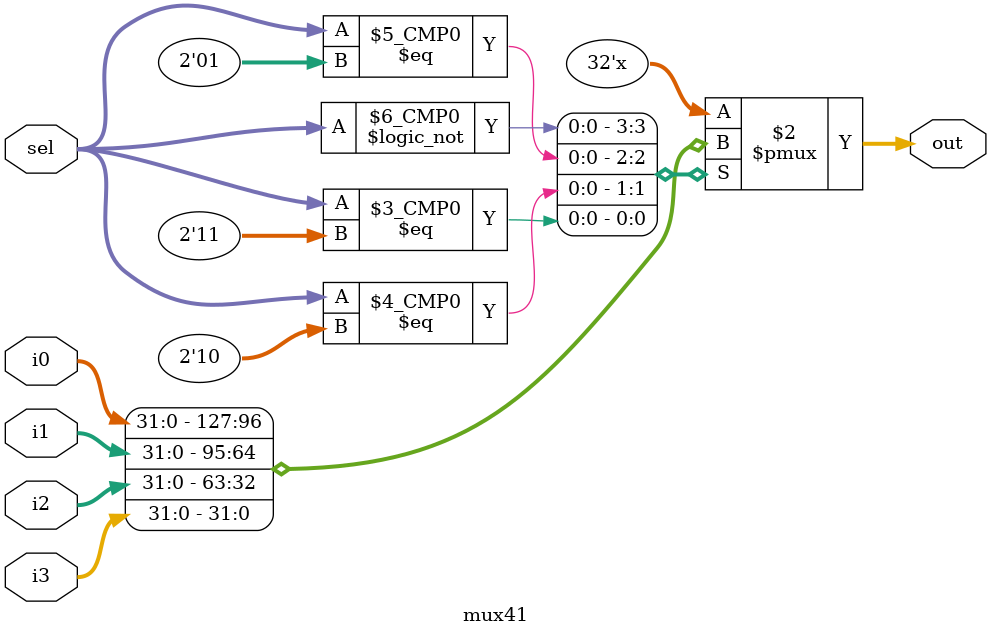
<source format=v>
module mux41 #(parameter WIDTH=32) (
  input wire [1:0] sel,
  input wire [WIDTH-1:0] i0,
  input wire [WIDTH-1:0] i1,
  input wire [WIDTH-1:0] i2,
  input wire [WIDTH-1:0] i3,
  output reg [WIDTH-1:0] out
);
  always @(*) begin
    case (sel)
      2'b00: out = i0;
      2'b01: out = i1;
      2'b10: out = i2;
      2'b11: out = i3;
      default: out = 'b0;
    endcase
  end
endmodule

</source>
